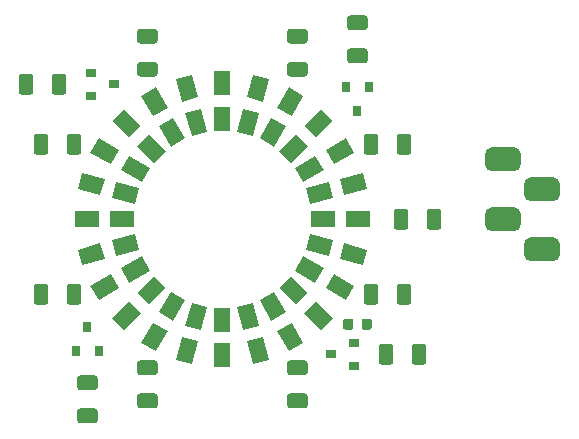
<source format=gbr>
G04 #@! TF.GenerationSoftware,KiCad,Pcbnew,5.1.7-a382d34a8~87~ubuntu20.04.1*
G04 #@! TF.CreationDate,2020-10-27T16:41:25+00:00*
G04 #@! TF.ProjectId,LEDring,4c454472-696e-4672-9e6b-696361645f70,rev?*
G04 #@! TF.SameCoordinates,Original*
G04 #@! TF.FileFunction,Paste,Top*
G04 #@! TF.FilePolarity,Positive*
%FSLAX46Y46*%
G04 Gerber Fmt 4.6, Leading zero omitted, Abs format (unit mm)*
G04 Created by KiCad (PCBNEW 5.1.7-a382d34a8~87~ubuntu20.04.1) date 2020-10-27 16:41:25*
%MOMM*%
%LPD*%
G01*
G04 APERTURE LIST*
%ADD10R,0.900000X0.800000*%
%ADD11R,0.800000X0.900000*%
%ADD12C,0.100000*%
%ADD13R,2.000000X1.400000*%
%ADD14R,1.400000X2.000000*%
G04 APERTURE END LIST*
D10*
G04 #@! TO.C,Q1*
X188960000Y-88580000D03*
X188960000Y-86680000D03*
X186960000Y-87630000D03*
G04 #@! TD*
G04 #@! TO.C,R2*
G36*
G01*
X189580000Y-85346250D02*
X189580000Y-84833750D01*
G75*
G02*
X189798750Y-84615000I218750J0D01*
G01*
X190236250Y-84615000D01*
G75*
G02*
X190455000Y-84833750I0J-218750D01*
G01*
X190455000Y-85346250D01*
G75*
G02*
X190236250Y-85565000I-218750J0D01*
G01*
X189798750Y-85565000D01*
G75*
G02*
X189580000Y-85346250I0J218750D01*
G01*
G37*
G36*
G01*
X188005000Y-85346250D02*
X188005000Y-84833750D01*
G75*
G02*
X188223750Y-84615000I218750J0D01*
G01*
X188661250Y-84615000D01*
G75*
G02*
X188880000Y-84833750I0J-218750D01*
G01*
X188880000Y-85346250D01*
G75*
G02*
X188661250Y-85565000I-218750J0D01*
G01*
X188223750Y-85565000D01*
G75*
G02*
X188005000Y-85346250I0J218750D01*
G01*
G37*
G04 #@! TD*
G04 #@! TO.C,R4*
G36*
G01*
X190995000Y-69225000D02*
X190995000Y-70475000D01*
G75*
G02*
X190745000Y-70725000I-250000J0D01*
G01*
X189995000Y-70725000D01*
G75*
G02*
X189745000Y-70475000I0J250000D01*
G01*
X189745000Y-69225000D01*
G75*
G02*
X189995000Y-68975000I250000J0D01*
G01*
X190745000Y-68975000D01*
G75*
G02*
X190995000Y-69225000I0J-250000D01*
G01*
G37*
G36*
G01*
X193795000Y-69225000D02*
X193795000Y-70475000D01*
G75*
G02*
X193545000Y-70725000I-250000J0D01*
G01*
X192795000Y-70725000D01*
G75*
G02*
X192545000Y-70475000I0J250000D01*
G01*
X192545000Y-69225000D01*
G75*
G02*
X192795000Y-68975000I250000J0D01*
G01*
X193545000Y-68975000D01*
G75*
G02*
X193795000Y-69225000I0J-250000D01*
G01*
G37*
G04 #@! TD*
G04 #@! TO.C,R6*
G36*
G01*
X184775000Y-92195000D02*
X183525000Y-92195000D01*
G75*
G02*
X183275000Y-91945000I0J250000D01*
G01*
X183275000Y-91195000D01*
G75*
G02*
X183525000Y-90945000I250000J0D01*
G01*
X184775000Y-90945000D01*
G75*
G02*
X185025000Y-91195000I0J-250000D01*
G01*
X185025000Y-91945000D01*
G75*
G02*
X184775000Y-92195000I-250000J0D01*
G01*
G37*
G36*
G01*
X184775000Y-89395000D02*
X183525000Y-89395000D01*
G75*
G02*
X183275000Y-89145000I0J250000D01*
G01*
X183275000Y-88395000D01*
G75*
G02*
X183525000Y-88145000I250000J0D01*
G01*
X184775000Y-88145000D01*
G75*
G02*
X185025000Y-88395000I0J-250000D01*
G01*
X185025000Y-89145000D01*
G75*
G02*
X184775000Y-89395000I-250000J0D01*
G01*
G37*
G04 #@! TD*
G04 #@! TO.C,R8*
G36*
G01*
X164605000Y-83175000D02*
X164605000Y-81925000D01*
G75*
G02*
X164855000Y-81675000I250000J0D01*
G01*
X165605000Y-81675000D01*
G75*
G02*
X165855000Y-81925000I0J-250000D01*
G01*
X165855000Y-83175000D01*
G75*
G02*
X165605000Y-83425000I-250000J0D01*
G01*
X164855000Y-83425000D01*
G75*
G02*
X164605000Y-83175000I0J250000D01*
G01*
G37*
G36*
G01*
X161805000Y-83175000D02*
X161805000Y-81925000D01*
G75*
G02*
X162055000Y-81675000I250000J0D01*
G01*
X162805000Y-81675000D01*
G75*
G02*
X163055000Y-81925000I0J-250000D01*
G01*
X163055000Y-83175000D01*
G75*
G02*
X162805000Y-83425000I-250000J0D01*
G01*
X162055000Y-83425000D01*
G75*
G02*
X161805000Y-83175000I0J250000D01*
G01*
G37*
G04 #@! TD*
G04 #@! TO.C,R10*
G36*
G01*
X170825000Y-60075000D02*
X172075000Y-60075000D01*
G75*
G02*
X172325000Y-60325000I0J-250000D01*
G01*
X172325000Y-61075000D01*
G75*
G02*
X172075000Y-61325000I-250000J0D01*
G01*
X170825000Y-61325000D01*
G75*
G02*
X170575000Y-61075000I0J250000D01*
G01*
X170575000Y-60325000D01*
G75*
G02*
X170825000Y-60075000I250000J0D01*
G01*
G37*
G36*
G01*
X170825000Y-62875000D02*
X172075000Y-62875000D01*
G75*
G02*
X172325000Y-63125000I0J-250000D01*
G01*
X172325000Y-63875000D01*
G75*
G02*
X172075000Y-64125000I-250000J0D01*
G01*
X170825000Y-64125000D01*
G75*
G02*
X170575000Y-63875000I0J250000D01*
G01*
X170575000Y-63125000D01*
G75*
G02*
X170825000Y-62875000I250000J0D01*
G01*
G37*
G04 #@! TD*
G04 #@! TO.C,C1*
G36*
G01*
X193795000Y-81925000D02*
X193795000Y-83175000D01*
G75*
G02*
X193545000Y-83425000I-250000J0D01*
G01*
X192795000Y-83425000D01*
G75*
G02*
X192545000Y-83175000I0J250000D01*
G01*
X192545000Y-81925000D01*
G75*
G02*
X192795000Y-81675000I250000J0D01*
G01*
X193545000Y-81675000D01*
G75*
G02*
X193795000Y-81925000I0J-250000D01*
G01*
G37*
G36*
G01*
X190995000Y-81925000D02*
X190995000Y-83175000D01*
G75*
G02*
X190745000Y-83425000I-250000J0D01*
G01*
X189995000Y-83425000D01*
G75*
G02*
X189745000Y-83175000I0J250000D01*
G01*
X189745000Y-81925000D01*
G75*
G02*
X189995000Y-81675000I250000J0D01*
G01*
X190745000Y-81675000D01*
G75*
G02*
X190995000Y-81925000I0J-250000D01*
G01*
G37*
G04 #@! TD*
G04 #@! TO.C,C2*
G36*
G01*
X172075000Y-89395000D02*
X170825000Y-89395000D01*
G75*
G02*
X170575000Y-89145000I0J250000D01*
G01*
X170575000Y-88395000D01*
G75*
G02*
X170825000Y-88145000I250000J0D01*
G01*
X172075000Y-88145000D01*
G75*
G02*
X172325000Y-88395000I0J-250000D01*
G01*
X172325000Y-89145000D01*
G75*
G02*
X172075000Y-89395000I-250000J0D01*
G01*
G37*
G36*
G01*
X172075000Y-92195000D02*
X170825000Y-92195000D01*
G75*
G02*
X170575000Y-91945000I0J250000D01*
G01*
X170575000Y-91195000D01*
G75*
G02*
X170825000Y-90945000I250000J0D01*
G01*
X172075000Y-90945000D01*
G75*
G02*
X172325000Y-91195000I0J-250000D01*
G01*
X172325000Y-91945000D01*
G75*
G02*
X172075000Y-92195000I-250000J0D01*
G01*
G37*
G04 #@! TD*
G04 #@! TO.C,C3*
G36*
G01*
X161805000Y-70475000D02*
X161805000Y-69225000D01*
G75*
G02*
X162055000Y-68975000I250000J0D01*
G01*
X162805000Y-68975000D01*
G75*
G02*
X163055000Y-69225000I0J-250000D01*
G01*
X163055000Y-70475000D01*
G75*
G02*
X162805000Y-70725000I-250000J0D01*
G01*
X162055000Y-70725000D01*
G75*
G02*
X161805000Y-70475000I0J250000D01*
G01*
G37*
G36*
G01*
X164605000Y-70475000D02*
X164605000Y-69225000D01*
G75*
G02*
X164855000Y-68975000I250000J0D01*
G01*
X165605000Y-68975000D01*
G75*
G02*
X165855000Y-69225000I0J-250000D01*
G01*
X165855000Y-70475000D01*
G75*
G02*
X165605000Y-70725000I-250000J0D01*
G01*
X164855000Y-70725000D01*
G75*
G02*
X164605000Y-70475000I0J250000D01*
G01*
G37*
G04 #@! TD*
G04 #@! TO.C,C4*
G36*
G01*
X183525000Y-62875000D02*
X184775000Y-62875000D01*
G75*
G02*
X185025000Y-63125000I0J-250000D01*
G01*
X185025000Y-63875000D01*
G75*
G02*
X184775000Y-64125000I-250000J0D01*
G01*
X183525000Y-64125000D01*
G75*
G02*
X183275000Y-63875000I0J250000D01*
G01*
X183275000Y-63125000D01*
G75*
G02*
X183525000Y-62875000I250000J0D01*
G01*
G37*
G36*
G01*
X183525000Y-60075000D02*
X184775000Y-60075000D01*
G75*
G02*
X185025000Y-60325000I0J-250000D01*
G01*
X185025000Y-61075000D01*
G75*
G02*
X184775000Y-61325000I-250000J0D01*
G01*
X183525000Y-61325000D01*
G75*
G02*
X183275000Y-61075000I0J250000D01*
G01*
X183275000Y-60325000D01*
G75*
G02*
X183525000Y-60075000I250000J0D01*
G01*
G37*
G04 #@! TD*
G04 #@! TO.C,J1*
G36*
G01*
X200045000Y-71620000D02*
X200045000Y-70620000D01*
G75*
G02*
X200545000Y-70120000I500000J0D01*
G01*
X202545000Y-70120000D01*
G75*
G02*
X203045000Y-70620000I0J-500000D01*
G01*
X203045000Y-71620000D01*
G75*
G02*
X202545000Y-72120000I-500000J0D01*
G01*
X200545000Y-72120000D01*
G75*
G02*
X200045000Y-71620000I0J500000D01*
G01*
G37*
G36*
G01*
X200045000Y-76700000D02*
X200045000Y-75700000D01*
G75*
G02*
X200545000Y-75200000I500000J0D01*
G01*
X202545000Y-75200000D01*
G75*
G02*
X203045000Y-75700000I0J-500000D01*
G01*
X203045000Y-76700000D01*
G75*
G02*
X202545000Y-77200000I-500000J0D01*
G01*
X200545000Y-77200000D01*
G75*
G02*
X200045000Y-76700000I0J500000D01*
G01*
G37*
G36*
G01*
X203355000Y-74160000D02*
X203355000Y-73160000D01*
G75*
G02*
X203855000Y-72660000I500000J0D01*
G01*
X205855000Y-72660000D01*
G75*
G02*
X206355000Y-73160000I0J-500000D01*
G01*
X206355000Y-74160000D01*
G75*
G02*
X205855000Y-74660000I-500000J0D01*
G01*
X203855000Y-74660000D01*
G75*
G02*
X203355000Y-74160000I0J500000D01*
G01*
G37*
G36*
G01*
X203355000Y-79240000D02*
X203355000Y-78240000D01*
G75*
G02*
X203855000Y-77740000I500000J0D01*
G01*
X205855000Y-77740000D01*
G75*
G02*
X206355000Y-78240000I0J-500000D01*
G01*
X206355000Y-79240000D01*
G75*
G02*
X205855000Y-79740000I-500000J0D01*
G01*
X203855000Y-79740000D01*
G75*
G02*
X203355000Y-79240000I0J500000D01*
G01*
G37*
G04 #@! TD*
D11*
G04 #@! TO.C,Q2*
X166370000Y-85360000D03*
X167320000Y-87360000D03*
X165420000Y-87360000D03*
G04 #@! TD*
D10*
G04 #@! TO.C,Q3*
X168640000Y-64770000D03*
X166640000Y-65720000D03*
X166640000Y-63820000D03*
G04 #@! TD*
D11*
G04 #@! TO.C,Q4*
X190180000Y-65040000D03*
X188280000Y-65040000D03*
X189230000Y-67040000D03*
G04 #@! TD*
G04 #@! TO.C,R3*
G36*
G01*
X193815000Y-88255000D02*
X193815000Y-87005000D01*
G75*
G02*
X194065000Y-86755000I250000J0D01*
G01*
X194815000Y-86755000D01*
G75*
G02*
X195065000Y-87005000I0J-250000D01*
G01*
X195065000Y-88255000D01*
G75*
G02*
X194815000Y-88505000I-250000J0D01*
G01*
X194065000Y-88505000D01*
G75*
G02*
X193815000Y-88255000I0J250000D01*
G01*
G37*
G36*
G01*
X191015000Y-88255000D02*
X191015000Y-87005000D01*
G75*
G02*
X191265000Y-86755000I250000J0D01*
G01*
X192015000Y-86755000D01*
G75*
G02*
X192265000Y-87005000I0J-250000D01*
G01*
X192265000Y-88255000D01*
G75*
G02*
X192015000Y-88505000I-250000J0D01*
G01*
X191265000Y-88505000D01*
G75*
G02*
X191015000Y-88255000I0J250000D01*
G01*
G37*
G04 #@! TD*
G04 #@! TO.C,R5*
G36*
G01*
X165745000Y-89415000D02*
X166995000Y-89415000D01*
G75*
G02*
X167245000Y-89665000I0J-250000D01*
G01*
X167245000Y-90415000D01*
G75*
G02*
X166995000Y-90665000I-250000J0D01*
G01*
X165745000Y-90665000D01*
G75*
G02*
X165495000Y-90415000I0J250000D01*
G01*
X165495000Y-89665000D01*
G75*
G02*
X165745000Y-89415000I250000J0D01*
G01*
G37*
G36*
G01*
X165745000Y-92215000D02*
X166995000Y-92215000D01*
G75*
G02*
X167245000Y-92465000I0J-250000D01*
G01*
X167245000Y-93215000D01*
G75*
G02*
X166995000Y-93465000I-250000J0D01*
G01*
X165745000Y-93465000D01*
G75*
G02*
X165495000Y-93215000I0J250000D01*
G01*
X165495000Y-92465000D01*
G75*
G02*
X165745000Y-92215000I250000J0D01*
G01*
G37*
G04 #@! TD*
G04 #@! TO.C,R7*
G36*
G01*
X161785000Y-64145000D02*
X161785000Y-65395000D01*
G75*
G02*
X161535000Y-65645000I-250000J0D01*
G01*
X160785000Y-65645000D01*
G75*
G02*
X160535000Y-65395000I0J250000D01*
G01*
X160535000Y-64145000D01*
G75*
G02*
X160785000Y-63895000I250000J0D01*
G01*
X161535000Y-63895000D01*
G75*
G02*
X161785000Y-64145000I0J-250000D01*
G01*
G37*
G36*
G01*
X164585000Y-64145000D02*
X164585000Y-65395000D01*
G75*
G02*
X164335000Y-65645000I-250000J0D01*
G01*
X163585000Y-65645000D01*
G75*
G02*
X163335000Y-65395000I0J250000D01*
G01*
X163335000Y-64145000D01*
G75*
G02*
X163585000Y-63895000I250000J0D01*
G01*
X164335000Y-63895000D01*
G75*
G02*
X164585000Y-64145000I0J-250000D01*
G01*
G37*
G04 #@! TD*
G04 #@! TO.C,R9*
G36*
G01*
X189855000Y-62985000D02*
X188605000Y-62985000D01*
G75*
G02*
X188355000Y-62735000I0J250000D01*
G01*
X188355000Y-61985000D01*
G75*
G02*
X188605000Y-61735000I250000J0D01*
G01*
X189855000Y-61735000D01*
G75*
G02*
X190105000Y-61985000I0J-250000D01*
G01*
X190105000Y-62735000D01*
G75*
G02*
X189855000Y-62985000I-250000J0D01*
G01*
G37*
G36*
G01*
X189855000Y-60185000D02*
X188605000Y-60185000D01*
G75*
G02*
X188355000Y-59935000I0J250000D01*
G01*
X188355000Y-59185000D01*
G75*
G02*
X188605000Y-58935000I250000J0D01*
G01*
X189855000Y-58935000D01*
G75*
G02*
X190105000Y-59185000I0J-250000D01*
G01*
X190105000Y-59935000D01*
G75*
G02*
X189855000Y-60185000I-250000J0D01*
G01*
G37*
G04 #@! TD*
D12*
G04 #@! TO.C,D1*
G36*
X187243313Y-71556218D02*
G01*
X186543313Y-70343782D01*
X188275363Y-69343782D01*
X188975363Y-70556218D01*
X187243313Y-71556218D01*
G37*
G36*
X184645237Y-73056218D02*
G01*
X183945237Y-71843782D01*
X185677287Y-70843782D01*
X186377287Y-72056218D01*
X184645237Y-73056218D01*
G37*
G04 #@! TD*
G04 #@! TO.C,D2*
G36*
X189692941Y-72288604D02*
G01*
X190055288Y-73640900D01*
X188123437Y-74158538D01*
X187761090Y-72806242D01*
X189692941Y-72288604D01*
G37*
G36*
X186795163Y-73065062D02*
G01*
X187157510Y-74417358D01*
X185225659Y-74934996D01*
X184863312Y-73582700D01*
X186795163Y-73065062D01*
G37*
G04 #@! TD*
D13*
G04 #@! TO.C,D3*
X189300000Y-76200000D03*
X186300000Y-76200000D03*
G04 #@! TD*
D12*
G04 #@! TO.C,D4*
G36*
X190055288Y-78759100D02*
G01*
X189692941Y-80111396D01*
X187761090Y-79593758D01*
X188123437Y-78241462D01*
X190055288Y-78759100D01*
G37*
G36*
X187157510Y-77982642D02*
G01*
X186795163Y-79334938D01*
X184863312Y-78817300D01*
X185225659Y-77465004D01*
X187157510Y-77982642D01*
G37*
G04 #@! TD*
G04 #@! TO.C,D5*
G36*
X186543313Y-82056218D02*
G01*
X187243313Y-80843782D01*
X188975363Y-81843782D01*
X188275363Y-83056218D01*
X186543313Y-82056218D01*
G37*
G36*
X183945237Y-80556218D02*
G01*
X184645237Y-79343782D01*
X186377287Y-80343782D01*
X185677287Y-81556218D01*
X183945237Y-80556218D01*
G37*
G04 #@! TD*
G04 #@! TO.C,D6*
G36*
X187133842Y-84543792D02*
G01*
X186143892Y-85533742D01*
X184729678Y-84119528D01*
X185719628Y-83129578D01*
X187133842Y-84543792D01*
G37*
G36*
X185012522Y-82422472D02*
G01*
X184022572Y-83412422D01*
X182608358Y-81998208D01*
X183598308Y-81008258D01*
X185012522Y-82422472D01*
G37*
G04 #@! TD*
G04 #@! TO.C,D7*
G36*
X182443782Y-85643313D02*
G01*
X183656218Y-84943313D01*
X184656218Y-86675363D01*
X183443782Y-87375363D01*
X182443782Y-85643313D01*
G37*
G36*
X180943782Y-83045237D02*
G01*
X182156218Y-82345237D01*
X183156218Y-84077287D01*
X181943782Y-84777287D01*
X180943782Y-83045237D01*
G37*
G04 #@! TD*
G04 #@! TO.C,D8*
G36*
X181711396Y-88092941D02*
G01*
X180359100Y-88455288D01*
X179841462Y-86523437D01*
X181193758Y-86161090D01*
X181711396Y-88092941D01*
G37*
G36*
X180934938Y-85195163D02*
G01*
X179582642Y-85557510D01*
X179065004Y-83625659D01*
X180417300Y-83263312D01*
X180934938Y-85195163D01*
G37*
G04 #@! TD*
D14*
G04 #@! TO.C,D9*
X177800000Y-87700000D03*
X177800000Y-84700000D03*
G04 #@! TD*
D12*
G04 #@! TO.C,D10*
G36*
X175240900Y-88455288D02*
G01*
X173888604Y-88092941D01*
X174406242Y-86161090D01*
X175758538Y-86523437D01*
X175240900Y-88455288D01*
G37*
G36*
X176017358Y-85557510D02*
G01*
X174665062Y-85195163D01*
X175182700Y-83263312D01*
X176534996Y-83625659D01*
X176017358Y-85557510D01*
G37*
G04 #@! TD*
G04 #@! TO.C,D11*
G36*
X171943782Y-84943313D02*
G01*
X173156218Y-85643313D01*
X172156218Y-87375363D01*
X170943782Y-86675363D01*
X171943782Y-84943313D01*
G37*
G36*
X173443782Y-82345237D02*
G01*
X174656218Y-83045237D01*
X173656218Y-84777287D01*
X172443782Y-84077287D01*
X173443782Y-82345237D01*
G37*
G04 #@! TD*
G04 #@! TO.C,D12*
G36*
X169456108Y-85533842D02*
G01*
X168466158Y-84543892D01*
X169880372Y-83129678D01*
X170870322Y-84119628D01*
X169456108Y-85533842D01*
G37*
G36*
X171577428Y-83412522D02*
G01*
X170587478Y-82422572D01*
X172001692Y-81008358D01*
X172991642Y-81998308D01*
X171577428Y-83412522D01*
G37*
G04 #@! TD*
G04 #@! TO.C,D13*
G36*
X168356687Y-80843782D02*
G01*
X169056687Y-82056218D01*
X167324637Y-83056218D01*
X166624637Y-81843782D01*
X168356687Y-80843782D01*
G37*
G36*
X170954763Y-79343782D02*
G01*
X171654763Y-80556218D01*
X169922713Y-81556218D01*
X169222713Y-80343782D01*
X170954763Y-79343782D01*
G37*
G04 #@! TD*
G04 #@! TO.C,D14*
G36*
X165907059Y-80111396D02*
G01*
X165544712Y-78759100D01*
X167476563Y-78241462D01*
X167838910Y-79593758D01*
X165907059Y-80111396D01*
G37*
G36*
X168804837Y-79334938D02*
G01*
X168442490Y-77982642D01*
X170374341Y-77465004D01*
X170736688Y-78817300D01*
X168804837Y-79334938D01*
G37*
G04 #@! TD*
D13*
G04 #@! TO.C,D15*
X166300000Y-76200000D03*
X169300000Y-76200000D03*
G04 #@! TD*
D12*
G04 #@! TO.C,D16*
G36*
X165544712Y-73640900D02*
G01*
X165907059Y-72288604D01*
X167838910Y-72806242D01*
X167476563Y-74158538D01*
X165544712Y-73640900D01*
G37*
G36*
X168442490Y-74417358D02*
G01*
X168804837Y-73065062D01*
X170736688Y-73582700D01*
X170374341Y-74934996D01*
X168442490Y-74417358D01*
G37*
G04 #@! TD*
G04 #@! TO.C,D17*
G36*
X169056687Y-70343782D02*
G01*
X168356687Y-71556218D01*
X166624637Y-70556218D01*
X167324637Y-69343782D01*
X169056687Y-70343782D01*
G37*
G36*
X171654763Y-71843782D02*
G01*
X170954763Y-73056218D01*
X169222713Y-72056218D01*
X169922713Y-70843782D01*
X171654763Y-71843782D01*
G37*
G04 #@! TD*
G04 #@! TO.C,D18*
G36*
X168466158Y-67856108D02*
G01*
X169456108Y-66866158D01*
X170870322Y-68280372D01*
X169880372Y-69270322D01*
X168466158Y-67856108D01*
G37*
G36*
X170587478Y-69977428D02*
G01*
X171577428Y-68987478D01*
X172991642Y-70401692D01*
X172001692Y-71391642D01*
X170587478Y-69977428D01*
G37*
G04 #@! TD*
G04 #@! TO.C,D19*
G36*
X173156218Y-66756687D02*
G01*
X171943782Y-67456687D01*
X170943782Y-65724637D01*
X172156218Y-65024637D01*
X173156218Y-66756687D01*
G37*
G36*
X174656218Y-69354763D02*
G01*
X173443782Y-70054763D01*
X172443782Y-68322713D01*
X173656218Y-67622713D01*
X174656218Y-69354763D01*
G37*
G04 #@! TD*
G04 #@! TO.C,D20*
G36*
X173888604Y-64307059D02*
G01*
X175240900Y-63944712D01*
X175758538Y-65876563D01*
X174406242Y-66238910D01*
X173888604Y-64307059D01*
G37*
G36*
X174665062Y-67204837D02*
G01*
X176017358Y-66842490D01*
X176534996Y-68774341D01*
X175182700Y-69136688D01*
X174665062Y-67204837D01*
G37*
G04 #@! TD*
D14*
G04 #@! TO.C,D21*
X177800000Y-64700000D03*
X177800000Y-67700000D03*
G04 #@! TD*
D12*
G04 #@! TO.C,D22*
G36*
X180359100Y-63944712D02*
G01*
X181711396Y-64307059D01*
X181193758Y-66238910D01*
X179841462Y-65876563D01*
X180359100Y-63944712D01*
G37*
G36*
X179582642Y-66842490D02*
G01*
X180934938Y-67204837D01*
X180417300Y-69136688D01*
X179065004Y-68774341D01*
X179582642Y-66842490D01*
G37*
G04 #@! TD*
G04 #@! TO.C,D23*
G36*
X183656218Y-67456687D02*
G01*
X182443782Y-66756687D01*
X183443782Y-65024637D01*
X184656218Y-65724637D01*
X183656218Y-67456687D01*
G37*
G36*
X182156218Y-70054763D02*
G01*
X180943782Y-69354763D01*
X181943782Y-67622713D01*
X183156218Y-68322713D01*
X182156218Y-70054763D01*
G37*
G04 #@! TD*
G04 #@! TO.C,D24*
G36*
X186143892Y-66866158D02*
G01*
X187133842Y-67856108D01*
X185719628Y-69270322D01*
X184729678Y-68280372D01*
X186143892Y-66866158D01*
G37*
G36*
X184022572Y-68987478D02*
G01*
X185012522Y-69977428D01*
X183598308Y-71391642D01*
X182608358Y-70401692D01*
X184022572Y-68987478D01*
G37*
G04 #@! TD*
G04 #@! TO.C,R1*
G36*
G01*
X196335000Y-75575000D02*
X196335000Y-76825000D01*
G75*
G02*
X196085000Y-77075000I-250000J0D01*
G01*
X195335000Y-77075000D01*
G75*
G02*
X195085000Y-76825000I0J250000D01*
G01*
X195085000Y-75575000D01*
G75*
G02*
X195335000Y-75325000I250000J0D01*
G01*
X196085000Y-75325000D01*
G75*
G02*
X196335000Y-75575000I0J-250000D01*
G01*
G37*
G36*
G01*
X193535000Y-75575000D02*
X193535000Y-76825000D01*
G75*
G02*
X193285000Y-77075000I-250000J0D01*
G01*
X192535000Y-77075000D01*
G75*
G02*
X192285000Y-76825000I0J250000D01*
G01*
X192285000Y-75575000D01*
G75*
G02*
X192535000Y-75325000I250000J0D01*
G01*
X193285000Y-75325000D01*
G75*
G02*
X193535000Y-75575000I0J-250000D01*
G01*
G37*
G04 #@! TD*
M02*

</source>
